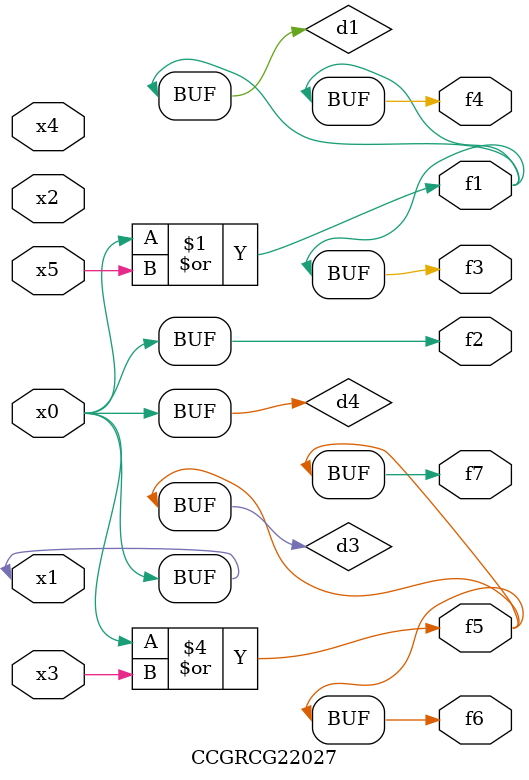
<source format=v>
module CCGRCG22027(
	input x0, x1, x2, x3, x4, x5,
	output f1, f2, f3, f4, f5, f6, f7
);

	wire d1, d2, d3, d4;

	or (d1, x0, x5);
	xnor (d2, x1, x4);
	or (d3, x0, x3);
	buf (d4, x0, x1);
	assign f1 = d1;
	assign f2 = d4;
	assign f3 = d1;
	assign f4 = d1;
	assign f5 = d3;
	assign f6 = d3;
	assign f7 = d3;
endmodule

</source>
